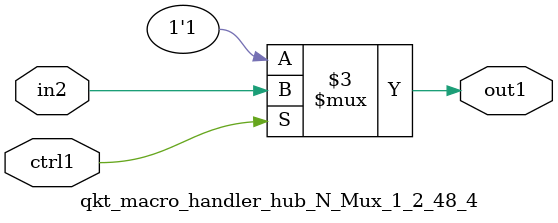
<source format=v>

`timescale 1ps / 1ps


module qkt_macro_handler_hub_N_Mux_1_2_48_4( in2, ctrl1, out1 );

    input in2;
    input ctrl1;
    output out1;
    reg out1;

    
    // rtl_process:qkt_macro_handler_hub_N_Mux_1_2_48_4/qkt_macro_handler_hub_N_Mux_1_2_48_4_thread_1
    always @*
      begin : qkt_macro_handler_hub_N_Mux_1_2_48_4_thread_1
        case (ctrl1) 
          1'b1: 
            begin
              out1 = in2;
            end
          default: 
            begin
              out1 = 1'b1;
            end
        endcase
      end

endmodule



</source>
